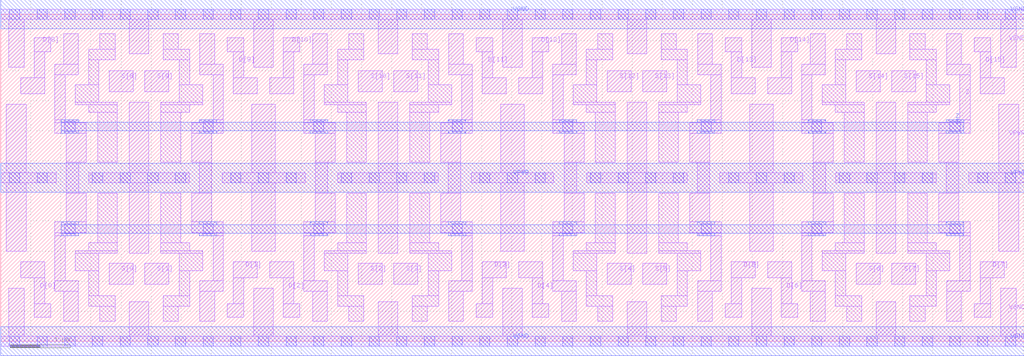
<source format=lef>
# Copyright 2020 The SkyWater PDK Authors
#
# Licensed under the Apache License, Version 2.0 (the "License");
# you may not use this file except in compliance with the License.
# You may obtain a copy of the License at
#
#     https://www.apache.org/licenses/LICENSE-2.0
#
# Unless required by applicable law or agreed to in writing, software
# distributed under the License is distributed on an "AS IS" BASIS,
# WITHOUT WARRANTIES OR CONDITIONS OF ANY KIND, either express or implied.
# See the License for the specific language governing permissions and
# limitations under the License.
#
# SPDX-License-Identifier: Apache-2.0

VERSION 5.7 ;
  NAMESCASESENSITIVE ON ;
  NOWIREEXTENSIONATPIN ON ;
  DIVIDERCHAR "/" ;
  BUSBITCHARS "[]" ;
UNITS
  DATABASE MICRONS 200 ;
END UNITS
PROPERTYDEFINITIONS
  MACRO maskLayoutSubType STRING ;
  MACRO prCellType STRING ;
  MACRO originalViewName STRING ;
END PROPERTYDEFINITIONS
MACRO sky130_fd_sc_hdll__muxb16to1_1
  CLASS CORE ;
  FOREIGN sky130_fd_sc_hdll__muxb16to1_1 ;
  ORIGIN  0.000000  0.000000 ;
  SIZE  17.02000 BY  5.440000 ;
  SYMMETRY X Y R90 ;
  SITE unithd ;
  PIN D[0]
    ANTENNAGATEAREA  0.277500 ;
    DIRECTION INPUT ;
    USE SIGNAL ;
    PORT
      LAYER li1 ;
        RECT 0.335000 1.055000 0.730000 1.325000 ;
        RECT 0.560000 0.395000 0.835000 0.625000 ;
        RECT 0.560000 0.625000 0.730000 1.055000 ;
    END
  END D[0]
  PIN D[1]
    ANTENNAGATEAREA  0.277500 ;
    DIRECTION INPUT ;
    USE SIGNAL ;
    PORT
      LAYER li1 ;
        RECT 3.765000 0.395000 4.040000 0.625000 ;
        RECT 3.870000 0.625000 4.040000 1.055000 ;
        RECT 3.870000 1.055000 4.265000 1.325000 ;
    END
  END D[1]
  PIN D[2]
    ANTENNAGATEAREA  0.277500 ;
    DIRECTION INPUT ;
    USE SIGNAL ;
    PORT
      LAYER li1 ;
        RECT 4.475000 1.055000 4.870000 1.325000 ;
        RECT 4.700000 0.395000 4.975000 0.625000 ;
        RECT 4.700000 0.625000 4.870000 1.055000 ;
    END
  END D[2]
  PIN D[3]
    ANTENNAGATEAREA  0.277500 ;
    DIRECTION INPUT ;
    USE SIGNAL ;
    PORT
      LAYER li1 ;
        RECT 7.905000 0.395000 8.180000 0.625000 ;
        RECT 8.010000 0.625000 8.180000 1.055000 ;
        RECT 8.010000 1.055000 8.405000 1.325000 ;
    END
  END D[3]
  PIN D[4]
    ANTENNAGATEAREA  0.277500 ;
    DIRECTION INPUT ;
    USE SIGNAL ;
    PORT
      LAYER li1 ;
        RECT 8.615000 1.055000 9.010000 1.325000 ;
        RECT 8.840000 0.395000 9.115000 0.625000 ;
        RECT 8.840000 0.625000 9.010000 1.055000 ;
    END
  END D[4]
  PIN D[5]
    ANTENNAGATEAREA  0.277500 ;
    DIRECTION INPUT ;
    USE SIGNAL ;
    PORT
      LAYER li1 ;
        RECT 12.045000 0.395000 12.320000 0.625000 ;
        RECT 12.150000 0.625000 12.320000 1.055000 ;
        RECT 12.150000 1.055000 12.545000 1.325000 ;
    END
  END D[5]
  PIN D[6]
    ANTENNAGATEAREA  0.277500 ;
    DIRECTION INPUT ;
    USE SIGNAL ;
    PORT
      LAYER li1 ;
        RECT 12.755000 1.055000 13.150000 1.325000 ;
        RECT 12.980000 0.395000 13.255000 0.625000 ;
        RECT 12.980000 0.625000 13.150000 1.055000 ;
    END
  END D[6]
  PIN D[7]
    ANTENNAGATEAREA  0.277500 ;
    DIRECTION INPUT ;
    USE SIGNAL ;
    PORT
      LAYER li1 ;
        RECT 16.185000 0.395000 16.460000 0.625000 ;
        RECT 16.290000 0.625000 16.460000 1.055000 ;
        RECT 16.290000 1.055000 16.685000 1.325000 ;
    END
  END D[7]
  PIN D[8]
    ANTENNAGATEAREA  0.277500 ;
    DIRECTION INPUT ;
    USE SIGNAL ;
    PORT
      LAYER li1 ;
        RECT 0.335000 4.115000 0.730000 4.385000 ;
        RECT 0.560000 4.385000 0.730000 4.815000 ;
        RECT 0.560000 4.815000 0.835000 5.045000 ;
    END
  END D[8]
  PIN D[9]
    ANTENNAGATEAREA  0.277500 ;
    DIRECTION INPUT ;
    USE SIGNAL ;
    PORT
      LAYER li1 ;
        RECT 3.765000 4.815000 4.040000 5.045000 ;
        RECT 3.870000 4.115000 4.265000 4.385000 ;
        RECT 3.870000 4.385000 4.040000 4.815000 ;
    END
  END D[9]
  PIN D[10]
    ANTENNAGATEAREA  0.277500 ;
    DIRECTION INPUT ;
    USE SIGNAL ;
    PORT
      LAYER li1 ;
        RECT 4.475000 4.115000 4.870000 4.385000 ;
        RECT 4.700000 4.385000 4.870000 4.815000 ;
        RECT 4.700000 4.815000 4.975000 5.045000 ;
    END
  END D[10]
  PIN D[11]
    ANTENNAGATEAREA  0.277500 ;
    DIRECTION INPUT ;
    USE SIGNAL ;
    PORT
      LAYER li1 ;
        RECT 7.905000 4.815000 8.180000 5.045000 ;
        RECT 8.010000 4.115000 8.405000 4.385000 ;
        RECT 8.010000 4.385000 8.180000 4.815000 ;
    END
  END D[11]
  PIN D[12]
    ANTENNAGATEAREA  0.277500 ;
    DIRECTION INPUT ;
    USE SIGNAL ;
    PORT
      LAYER li1 ;
        RECT 8.615000 4.115000 9.010000 4.385000 ;
        RECT 8.840000 4.385000 9.010000 4.815000 ;
        RECT 8.840000 4.815000 9.115000 5.045000 ;
    END
  END D[12]
  PIN D[13]
    ANTENNAGATEAREA  0.277500 ;
    DIRECTION INPUT ;
    USE SIGNAL ;
    PORT
      LAYER li1 ;
        RECT 12.045000 4.815000 12.320000 5.045000 ;
        RECT 12.150000 4.115000 12.545000 4.385000 ;
        RECT 12.150000 4.385000 12.320000 4.815000 ;
    END
  END D[13]
  PIN D[14]
    ANTENNAGATEAREA  0.277500 ;
    DIRECTION INPUT ;
    USE SIGNAL ;
    PORT
      LAYER li1 ;
        RECT 12.755000 4.115000 13.150000 4.385000 ;
        RECT 12.980000 4.385000 13.150000 4.815000 ;
        RECT 12.980000 4.815000 13.255000 5.045000 ;
    END
  END D[14]
  PIN D[15]
    ANTENNAGATEAREA  0.277500 ;
    DIRECTION INPUT ;
    USE SIGNAL ;
    PORT
      LAYER li1 ;
        RECT 16.185000 4.815000 16.460000 5.045000 ;
        RECT 16.290000 4.115000 16.685000 4.385000 ;
        RECT 16.290000 4.385000 16.460000 4.815000 ;
    END
  END D[15]
  PIN S[0]
    ANTENNAGATEAREA  0.336000 ;
    DIRECTION INPUT ;
    USE SIGNAL ;
    PORT
      LAYER li1 ;
        RECT 1.805000 0.945000 2.205000 1.295000 ;
    END
  END S[0]
  PIN S[1]
    ANTENNAGATEAREA  0.336000 ;
    DIRECTION INPUT ;
    USE SIGNAL ;
    PORT
      LAYER li1 ;
        RECT 2.395000 0.945000 2.795000 1.295000 ;
    END
  END S[1]
  PIN S[2]
    ANTENNAGATEAREA  0.336000 ;
    DIRECTION INPUT ;
    USE SIGNAL ;
    PORT
      LAYER li1 ;
        RECT 5.945000 0.945000 6.345000 1.295000 ;
    END
  END S[2]
  PIN S[3]
    ANTENNAGATEAREA  0.336000 ;
    DIRECTION INPUT ;
    USE SIGNAL ;
    PORT
      LAYER li1 ;
        RECT 6.535000 0.945000 6.935000 1.295000 ;
    END
  END S[3]
  PIN S[4]
    ANTENNAGATEAREA  0.336000 ;
    DIRECTION INPUT ;
    USE SIGNAL ;
    PORT
      LAYER li1 ;
        RECT 10.085000 0.945000 10.485000 1.295000 ;
    END
  END S[4]
  PIN S[5]
    ANTENNAGATEAREA  0.336000 ;
    DIRECTION INPUT ;
    USE SIGNAL ;
    PORT
      LAYER li1 ;
        RECT 10.675000 0.945000 11.075000 1.295000 ;
    END
  END S[5]
  PIN S[6]
    ANTENNAGATEAREA  0.336000 ;
    DIRECTION INPUT ;
    USE SIGNAL ;
    PORT
      LAYER li1 ;
        RECT 14.225000 0.945000 14.625000 1.295000 ;
    END
  END S[6]
  PIN S[7]
    ANTENNAGATEAREA  0.336000 ;
    DIRECTION INPUT ;
    USE SIGNAL ;
    PORT
      LAYER li1 ;
        RECT 14.815000 0.945000 15.215000 1.295000 ;
    END
  END S[7]
  PIN S[8]
    ANTENNAGATEAREA  0.336000 ;
    DIRECTION INPUT ;
    USE SIGNAL ;
    PORT
      LAYER li1 ;
        RECT 1.805000 4.145000 2.205000 4.495000 ;
    END
  END S[8]
  PIN S[9]
    ANTENNAGATEAREA  0.336000 ;
    DIRECTION INPUT ;
    USE SIGNAL ;
    PORT
      LAYER li1 ;
        RECT 2.395000 4.145000 2.795000 4.495000 ;
    END
  END S[9]
  PIN S[10]
    ANTENNAGATEAREA  0.336000 ;
    DIRECTION INPUT ;
    USE SIGNAL ;
    PORT
      LAYER li1 ;
        RECT 5.945000 4.145000 6.345000 4.495000 ;
    END
  END S[10]
  PIN S[11]
    ANTENNAGATEAREA  0.336000 ;
    DIRECTION INPUT ;
    USE SIGNAL ;
    PORT
      LAYER li1 ;
        RECT 6.535000 4.145000 6.935000 4.495000 ;
    END
  END S[11]
  PIN S[12]
    ANTENNAGATEAREA  0.336000 ;
    DIRECTION INPUT ;
    USE SIGNAL ;
    PORT
      LAYER li1 ;
        RECT 10.085000 4.145000 10.485000 4.495000 ;
    END
  END S[12]
  PIN S[13]
    ANTENNAGATEAREA  0.336000 ;
    DIRECTION INPUT ;
    USE SIGNAL ;
    PORT
      LAYER li1 ;
        RECT 10.675000 4.145000 11.075000 4.495000 ;
    END
  END S[13]
  PIN S[14]
    ANTENNAGATEAREA  0.336000 ;
    DIRECTION INPUT ;
    USE SIGNAL ;
    PORT
      LAYER li1 ;
        RECT 14.225000 4.145000 14.625000 4.495000 ;
    END
  END S[14]
  PIN S[15]
    ANTENNAGATEAREA  0.336000 ;
    DIRECTION INPUT ;
    USE SIGNAL ;
    PORT
      LAYER li1 ;
        RECT 14.815000 4.145000 15.215000 4.495000 ;
    END
  END S[15]
  PIN VGND
    ANTENNADIFFAREA  1.875900 ;
    DIRECTION INOUT ;
    USE SIGNAL ;
    PORT
      LAYER li1 ;
        RECT  0.000000 -0.085000 17.020000 0.085000 ;
        RECT  0.130000  0.085000  0.390000 0.885000 ;
        RECT  2.135000  0.085000  2.465000 0.660000 ;
        RECT  4.210000  0.085000  4.530000 0.885000 ;
        RECT  6.275000  0.085000  6.605000 0.660000 ;
        RECT  8.350000  0.085000  8.670000 0.885000 ;
        RECT 10.415000  0.085000 10.745000 0.660000 ;
        RECT 12.490000  0.085000 12.810000 0.885000 ;
        RECT 14.555000  0.085000 14.885000 0.660000 ;
        RECT 16.630000  0.085000 16.890000 0.885000 ;
      LAYER mcon ;
        RECT  0.145000 -0.085000  0.315000 0.085000 ;
        RECT  0.605000 -0.085000  0.775000 0.085000 ;
        RECT  1.065000 -0.085000  1.235000 0.085000 ;
        RECT  1.525000 -0.085000  1.695000 0.085000 ;
        RECT  1.985000 -0.085000  2.155000 0.085000 ;
        RECT  2.445000 -0.085000  2.615000 0.085000 ;
        RECT  2.905000 -0.085000  3.075000 0.085000 ;
        RECT  3.365000 -0.085000  3.535000 0.085000 ;
        RECT  3.825000 -0.085000  3.995000 0.085000 ;
        RECT  4.285000 -0.085000  4.455000 0.085000 ;
        RECT  4.745000 -0.085000  4.915000 0.085000 ;
        RECT  5.205000 -0.085000  5.375000 0.085000 ;
        RECT  5.665000 -0.085000  5.835000 0.085000 ;
        RECT  6.125000 -0.085000  6.295000 0.085000 ;
        RECT  6.585000 -0.085000  6.755000 0.085000 ;
        RECT  7.045000 -0.085000  7.215000 0.085000 ;
        RECT  7.505000 -0.085000  7.675000 0.085000 ;
        RECT  7.965000 -0.085000  8.135000 0.085000 ;
        RECT  8.425000 -0.085000  8.595000 0.085000 ;
        RECT  8.885000 -0.085000  9.055000 0.085000 ;
        RECT  9.345000 -0.085000  9.515000 0.085000 ;
        RECT  9.805000 -0.085000  9.975000 0.085000 ;
        RECT 10.265000 -0.085000 10.435000 0.085000 ;
        RECT 10.725000 -0.085000 10.895000 0.085000 ;
        RECT 11.185000 -0.085000 11.355000 0.085000 ;
        RECT 11.645000 -0.085000 11.815000 0.085000 ;
        RECT 12.105000 -0.085000 12.275000 0.085000 ;
        RECT 12.565000 -0.085000 12.735000 0.085000 ;
        RECT 13.025000 -0.085000 13.195000 0.085000 ;
        RECT 13.485000 -0.085000 13.655000 0.085000 ;
        RECT 13.945000 -0.085000 14.115000 0.085000 ;
        RECT 14.405000 -0.085000 14.575000 0.085000 ;
        RECT 14.865000 -0.085000 15.035000 0.085000 ;
        RECT 15.325000 -0.085000 15.495000 0.085000 ;
        RECT 15.785000 -0.085000 15.955000 0.085000 ;
        RECT 16.245000 -0.085000 16.415000 0.085000 ;
        RECT 16.705000 -0.085000 16.875000 0.085000 ;
      LAYER met1 ;
        RECT 0.000000 -0.240000 17.020000 0.240000 ;
    END
    PORT
      LAYER li1 ;
        RECT  0.000000 5.355000 17.020000 5.525000 ;
        RECT  0.130000 4.555000  0.390000 5.355000 ;
        RECT  2.135000 4.780000  2.465000 5.355000 ;
        RECT  4.210000 4.555000  4.530000 5.355000 ;
        RECT  6.275000 4.780000  6.605000 5.355000 ;
        RECT  8.350000 4.555000  8.670000 5.355000 ;
        RECT 10.415000 4.780000 10.745000 5.355000 ;
        RECT 12.490000 4.555000 12.810000 5.355000 ;
        RECT 14.555000 4.780000 14.885000 5.355000 ;
        RECT 16.630000 4.555000 16.890000 5.355000 ;
      LAYER mcon ;
        RECT  0.145000 5.355000  0.315000 5.525000 ;
        RECT  0.605000 5.355000  0.775000 5.525000 ;
        RECT  1.065000 5.355000  1.235000 5.525000 ;
        RECT  1.525000 5.355000  1.695000 5.525000 ;
        RECT  1.985000 5.355000  2.155000 5.525000 ;
        RECT  2.445000 5.355000  2.615000 5.525000 ;
        RECT  2.905000 5.355000  3.075000 5.525000 ;
        RECT  3.365000 5.355000  3.535000 5.525000 ;
        RECT  3.825000 5.355000  3.995000 5.525000 ;
        RECT  4.285000 5.355000  4.455000 5.525000 ;
        RECT  4.745000 5.355000  4.915000 5.525000 ;
        RECT  5.205000 5.355000  5.375000 5.525000 ;
        RECT  5.665000 5.355000  5.835000 5.525000 ;
        RECT  6.125000 5.355000  6.295000 5.525000 ;
        RECT  6.585000 5.355000  6.755000 5.525000 ;
        RECT  7.045000 5.355000  7.215000 5.525000 ;
        RECT  7.505000 5.355000  7.675000 5.525000 ;
        RECT  7.965000 5.355000  8.135000 5.525000 ;
        RECT  8.425000 5.355000  8.595000 5.525000 ;
        RECT  8.885000 5.355000  9.055000 5.525000 ;
        RECT  9.345000 5.355000  9.515000 5.525000 ;
        RECT  9.805000 5.355000  9.975000 5.525000 ;
        RECT 10.265000 5.355000 10.435000 5.525000 ;
        RECT 10.725000 5.355000 10.895000 5.525000 ;
        RECT 11.185000 5.355000 11.355000 5.525000 ;
        RECT 11.645000 5.355000 11.815000 5.525000 ;
        RECT 12.105000 5.355000 12.275000 5.525000 ;
        RECT 12.565000 5.355000 12.735000 5.525000 ;
        RECT 13.025000 5.355000 13.195000 5.525000 ;
        RECT 13.485000 5.355000 13.655000 5.525000 ;
        RECT 13.945000 5.355000 14.115000 5.525000 ;
        RECT 14.405000 5.355000 14.575000 5.525000 ;
        RECT 14.865000 5.355000 15.035000 5.525000 ;
        RECT 15.325000 5.355000 15.495000 5.525000 ;
        RECT 15.785000 5.355000 15.955000 5.525000 ;
        RECT 16.245000 5.355000 16.415000 5.525000 ;
        RECT 16.705000 5.355000 16.875000 5.525000 ;
      LAYER met1 ;
        RECT 0.000000 5.200000 17.020000 5.680000 ;
    END
  END VGND
  PIN VPWR
    ANTENNADIFFAREA  6.380000 ;
    DIRECTION INOUT ;
    USE SIGNAL ;
    PORT
      LAYER li1 ;
        RECT  0.000000 2.635000  0.920000 2.805000 ;
        RECT  0.095000 1.495000  0.425000 2.635000 ;
        RECT  0.095000 2.805000  0.425000 3.945000 ;
        RECT  1.465000 2.635000  3.135000 2.805000 ;
        RECT  2.135000 1.465000  2.465000 2.635000 ;
        RECT  2.135000 2.805000  2.465000 3.975000 ;
        RECT  3.680000 2.635000  5.060000 2.805000 ;
        RECT  4.175000 1.495000  4.565000 2.635000 ;
        RECT  4.175000 2.805000  4.565000 3.945000 ;
        RECT  5.605000 2.635000  7.275000 2.805000 ;
        RECT  6.275000 1.465000  6.605000 2.635000 ;
        RECT  6.275000 2.805000  6.605000 3.975000 ;
        RECT  7.820000 2.635000  9.200000 2.805000 ;
        RECT  8.315000 1.495000  8.705000 2.635000 ;
        RECT  8.315000 2.805000  8.705000 3.945000 ;
        RECT  9.745000 2.635000 11.415000 2.805000 ;
        RECT 10.415000 1.465000 10.745000 2.635000 ;
        RECT 10.415000 2.805000 10.745000 3.975000 ;
        RECT 11.960000 2.635000 13.340000 2.805000 ;
        RECT 12.455000 1.495000 12.845000 2.635000 ;
        RECT 12.455000 2.805000 12.845000 3.945000 ;
        RECT 13.885000 2.635000 15.555000 2.805000 ;
        RECT 14.555000 1.465000 14.885000 2.635000 ;
        RECT 14.555000 2.805000 14.885000 3.975000 ;
        RECT 16.100000 2.635000 17.020000 2.805000 ;
        RECT 16.595000 1.495000 16.925000 2.635000 ;
        RECT 16.595000 2.805000 16.925000 3.945000 ;
      LAYER mcon ;
        RECT  0.145000 2.635000  0.315000 2.805000 ;
        RECT  0.605000 2.635000  0.775000 2.805000 ;
        RECT  1.525000 2.635000  1.695000 2.805000 ;
        RECT  1.985000 2.635000  2.155000 2.805000 ;
        RECT  2.445000 2.635000  2.615000 2.805000 ;
        RECT  2.905000 2.635000  3.075000 2.805000 ;
        RECT  3.825000 2.635000  3.995000 2.805000 ;
        RECT  4.285000 2.635000  4.455000 2.805000 ;
        RECT  4.745000 2.635000  4.915000 2.805000 ;
        RECT  5.665000 2.635000  5.835000 2.805000 ;
        RECT  6.125000 2.635000  6.295000 2.805000 ;
        RECT  6.585000 2.635000  6.755000 2.805000 ;
        RECT  7.045000 2.635000  7.215000 2.805000 ;
        RECT  7.965000 2.635000  8.135000 2.805000 ;
        RECT  8.425000 2.635000  8.595000 2.805000 ;
        RECT  8.885000 2.635000  9.055000 2.805000 ;
        RECT  9.805000 2.635000  9.975000 2.805000 ;
        RECT 10.265000 2.635000 10.435000 2.805000 ;
        RECT 10.725000 2.635000 10.895000 2.805000 ;
        RECT 11.185000 2.635000 11.355000 2.805000 ;
        RECT 12.105000 2.635000 12.275000 2.805000 ;
        RECT 12.565000 2.635000 12.735000 2.805000 ;
        RECT 13.025000 2.635000 13.195000 2.805000 ;
        RECT 13.945000 2.635000 14.115000 2.805000 ;
        RECT 14.405000 2.635000 14.575000 2.805000 ;
        RECT 14.865000 2.635000 15.035000 2.805000 ;
        RECT 15.325000 2.635000 15.495000 2.805000 ;
        RECT 16.245000 2.635000 16.415000 2.805000 ;
        RECT 16.705000 2.635000 16.875000 2.805000 ;
      LAYER met1 ;
        RECT 0.000000 2.480000 17.020000 2.960000 ;
    END
  END VPWR
  PIN Z
    ANTENNADIFFAREA  5.705600 ;
    DIRECTION OUTPUT ;
    USE SIGNAL ;
    PORT
      LAYER li1 ;
        RECT  0.900000 0.835000  1.290000 1.005000 ;
        RECT  0.900000 1.005000  1.070000 1.755000 ;
        RECT  0.900000 1.755000  1.295000 1.805000 ;
        RECT  0.900000 1.805000  1.420000 1.985000 ;
        RECT  0.900000 3.455000  1.420000 3.635000 ;
        RECT  0.900000 3.635000  1.295000 3.685000 ;
        RECT  0.900000 3.685000  1.070000 4.435000 ;
        RECT  0.900000 4.435000  1.290000 4.605000 ;
        RECT  1.045000 0.330000  1.290000 0.835000 ;
        RECT  1.045000 4.605000  1.290000 5.110000 ;
        RECT  1.090000 1.985000  1.420000 2.465000 ;
        RECT  1.090000 2.465000  1.295000 2.975000 ;
        RECT  1.090000 2.975000  1.420000 3.455000 ;
        RECT  3.180000 1.805000  3.700000 1.985000 ;
        RECT  3.180000 1.985000  3.510000 2.465000 ;
        RECT  3.180000 2.975000  3.510000 3.455000 ;
        RECT  3.180000 3.455000  3.700000 3.635000 ;
        RECT  3.305000 1.755000  3.700000 1.805000 ;
        RECT  3.305000 2.465000  3.510000 2.975000 ;
        RECT  3.305000 3.635000  3.700000 3.685000 ;
        RECT  3.310000 0.330000  3.555000 0.835000 ;
        RECT  3.310000 0.835000  3.700000 1.005000 ;
        RECT  3.310000 4.435000  3.700000 4.605000 ;
        RECT  3.310000 4.605000  3.555000 5.110000 ;
        RECT  3.530000 1.005000  3.700000 1.755000 ;
        RECT  3.530000 3.685000  3.700000 4.435000 ;
        RECT  5.040000 0.835000  5.430000 1.005000 ;
        RECT  5.040000 1.005000  5.210000 1.755000 ;
        RECT  5.040000 1.755000  5.435000 1.805000 ;
        RECT  5.040000 1.805000  5.560000 1.985000 ;
        RECT  5.040000 3.455000  5.560000 3.635000 ;
        RECT  5.040000 3.635000  5.435000 3.685000 ;
        RECT  5.040000 3.685000  5.210000 4.435000 ;
        RECT  5.040000 4.435000  5.430000 4.605000 ;
        RECT  5.185000 0.330000  5.430000 0.835000 ;
        RECT  5.185000 4.605000  5.430000 5.110000 ;
        RECT  5.230000 1.985000  5.560000 2.465000 ;
        RECT  5.230000 2.465000  5.435000 2.975000 ;
        RECT  5.230000 2.975000  5.560000 3.455000 ;
        RECT  7.320000 1.805000  7.840000 1.985000 ;
        RECT  7.320000 1.985000  7.650000 2.465000 ;
        RECT  7.320000 2.975000  7.650000 3.455000 ;
        RECT  7.320000 3.455000  7.840000 3.635000 ;
        RECT  7.445000 1.755000  7.840000 1.805000 ;
        RECT  7.445000 2.465000  7.650000 2.975000 ;
        RECT  7.445000 3.635000  7.840000 3.685000 ;
        RECT  7.450000 0.330000  7.695000 0.835000 ;
        RECT  7.450000 0.835000  7.840000 1.005000 ;
        RECT  7.450000 4.435000  7.840000 4.605000 ;
        RECT  7.450000 4.605000  7.695000 5.110000 ;
        RECT  7.670000 1.005000  7.840000 1.755000 ;
        RECT  7.670000 3.685000  7.840000 4.435000 ;
        RECT  9.180000 0.835000  9.570000 1.005000 ;
        RECT  9.180000 1.005000  9.350000 1.755000 ;
        RECT  9.180000 1.755000  9.575000 1.805000 ;
        RECT  9.180000 1.805000  9.700000 1.985000 ;
        RECT  9.180000 3.455000  9.700000 3.635000 ;
        RECT  9.180000 3.635000  9.575000 3.685000 ;
        RECT  9.180000 3.685000  9.350000 4.435000 ;
        RECT  9.180000 4.435000  9.570000 4.605000 ;
        RECT  9.325000 0.330000  9.570000 0.835000 ;
        RECT  9.325000 4.605000  9.570000 5.110000 ;
        RECT  9.370000 1.985000  9.700000 2.465000 ;
        RECT  9.370000 2.465000  9.575000 2.975000 ;
        RECT  9.370000 2.975000  9.700000 3.455000 ;
        RECT 11.460000 1.805000 11.980000 1.985000 ;
        RECT 11.460000 1.985000 11.790000 2.465000 ;
        RECT 11.460000 2.975000 11.790000 3.455000 ;
        RECT 11.460000 3.455000 11.980000 3.635000 ;
        RECT 11.585000 1.755000 11.980000 1.805000 ;
        RECT 11.585000 2.465000 11.790000 2.975000 ;
        RECT 11.585000 3.635000 11.980000 3.685000 ;
        RECT 11.590000 0.330000 11.835000 0.835000 ;
        RECT 11.590000 0.835000 11.980000 1.005000 ;
        RECT 11.590000 4.435000 11.980000 4.605000 ;
        RECT 11.590000 4.605000 11.835000 5.110000 ;
        RECT 11.810000 1.005000 11.980000 1.755000 ;
        RECT 11.810000 3.685000 11.980000 4.435000 ;
        RECT 13.320000 0.835000 13.710000 1.005000 ;
        RECT 13.320000 1.005000 13.490000 1.755000 ;
        RECT 13.320000 1.755000 13.715000 1.805000 ;
        RECT 13.320000 1.805000 13.840000 1.985000 ;
        RECT 13.320000 3.455000 13.840000 3.635000 ;
        RECT 13.320000 3.635000 13.715000 3.685000 ;
        RECT 13.320000 3.685000 13.490000 4.435000 ;
        RECT 13.320000 4.435000 13.710000 4.605000 ;
        RECT 13.465000 0.330000 13.710000 0.835000 ;
        RECT 13.465000 4.605000 13.710000 5.110000 ;
        RECT 13.510000 1.985000 13.840000 2.465000 ;
        RECT 13.510000 2.465000 13.715000 2.975000 ;
        RECT 13.510000 2.975000 13.840000 3.455000 ;
        RECT 15.600000 1.805000 16.120000 1.985000 ;
        RECT 15.600000 1.985000 15.930000 2.465000 ;
        RECT 15.600000 2.975000 15.930000 3.455000 ;
        RECT 15.600000 3.455000 16.120000 3.635000 ;
        RECT 15.725000 1.755000 16.120000 1.805000 ;
        RECT 15.725000 2.465000 15.930000 2.975000 ;
        RECT 15.725000 3.635000 16.120000 3.685000 ;
        RECT 15.730000 0.330000 15.975000 0.835000 ;
        RECT 15.730000 0.835000 16.120000 1.005000 ;
        RECT 15.730000 4.435000 16.120000 4.605000 ;
        RECT 15.730000 4.605000 15.975000 5.110000 ;
        RECT 15.950000 1.005000 16.120000 1.755000 ;
        RECT 15.950000 3.685000 16.120000 4.435000 ;
      LAYER mcon ;
        RECT  1.065000 1.785000  1.235000 1.955000 ;
        RECT  1.065000 3.485000  1.235000 3.655000 ;
        RECT  3.365000 1.785000  3.535000 1.955000 ;
        RECT  3.365000 3.485000  3.535000 3.655000 ;
        RECT  5.205000 1.785000  5.375000 1.955000 ;
        RECT  5.205000 3.485000  5.375000 3.655000 ;
        RECT  7.505000 1.785000  7.675000 1.955000 ;
        RECT  7.505000 3.485000  7.675000 3.655000 ;
        RECT  9.345000 1.785000  9.515000 1.955000 ;
        RECT  9.345000 3.485000  9.515000 3.655000 ;
        RECT 11.645000 1.785000 11.815000 1.955000 ;
        RECT 11.645000 3.485000 11.815000 3.655000 ;
        RECT 13.485000 1.785000 13.655000 1.955000 ;
        RECT 13.485000 3.485000 13.655000 3.655000 ;
        RECT 15.785000 1.785000 15.955000 1.955000 ;
        RECT 15.785000 3.485000 15.955000 3.655000 ;
      LAYER met1 ;
        RECT  1.005000 1.755000  1.295000 1.800000 ;
        RECT  1.005000 1.800000 16.015000 1.940000 ;
        RECT  1.005000 1.940000  1.295000 1.985000 ;
        RECT  1.005000 3.455000  1.295000 3.500000 ;
        RECT  1.005000 3.500000 16.015000 3.640000 ;
        RECT  1.005000 3.640000  1.295000 3.685000 ;
        RECT  3.305000 1.755000  3.595000 1.800000 ;
        RECT  3.305000 1.940000  3.595000 1.985000 ;
        RECT  3.305000 3.455000  3.595000 3.500000 ;
        RECT  3.305000 3.640000  3.595000 3.685000 ;
        RECT  5.145000 1.755000  5.435000 1.800000 ;
        RECT  5.145000 1.940000  5.435000 1.985000 ;
        RECT  5.145000 3.455000  5.435000 3.500000 ;
        RECT  5.145000 3.640000  5.435000 3.685000 ;
        RECT  7.445000 1.755000  7.735000 1.800000 ;
        RECT  7.445000 1.940000  7.735000 1.985000 ;
        RECT  7.445000 3.455000  7.735000 3.500000 ;
        RECT  7.445000 3.640000  7.735000 3.685000 ;
        RECT  9.285000 1.755000  9.575000 1.800000 ;
        RECT  9.285000 1.940000  9.575000 1.985000 ;
        RECT  9.285000 3.455000  9.575000 3.500000 ;
        RECT  9.285000 3.640000  9.575000 3.685000 ;
        RECT 11.585000 1.755000 11.875000 1.800000 ;
        RECT 11.585000 1.940000 11.875000 1.985000 ;
        RECT 11.585000 3.455000 11.875000 3.500000 ;
        RECT 11.585000 3.640000 11.875000 3.685000 ;
        RECT 13.425000 1.755000 13.715000 1.800000 ;
        RECT 13.425000 1.940000 13.715000 1.985000 ;
        RECT 13.425000 3.455000 13.715000 3.500000 ;
        RECT 13.425000 3.640000 13.715000 3.685000 ;
        RECT 15.725000 1.755000 16.015000 1.800000 ;
        RECT 15.725000 1.940000 16.015000 1.985000 ;
        RECT 15.725000 3.455000 16.015000 3.500000 ;
        RECT 15.725000 3.640000 16.015000 3.685000 ;
    END
  END Z
  OBS
    LAYER li1 ;
      RECT  1.240000 1.175000  1.630000 1.465000 ;
      RECT  1.240000 1.465000  1.940000 1.505000 ;
      RECT  1.240000 3.935000  1.940000 3.975000 ;
      RECT  1.240000 3.975000  1.630000 4.265000 ;
      RECT  1.460000 0.585000  1.900000 0.755000 ;
      RECT  1.460000 0.755000  1.630000 1.175000 ;
      RECT  1.460000 1.505000  1.940000 1.635000 ;
      RECT  1.460000 3.805000  1.940000 3.935000 ;
      RECT  1.460000 4.265000  1.630000 4.685000 ;
      RECT  1.460000 4.685000  1.900000 4.855000 ;
      RECT  1.610000 1.635000  1.940000 2.465000 ;
      RECT  1.610000 2.975000  1.940000 3.805000 ;
      RECT  1.650000 0.330000  1.900000 0.585000 ;
      RECT  1.650000 4.855000  1.900000 5.110000 ;
      RECT  2.660000 1.465000  3.360000 1.505000 ;
      RECT  2.660000 1.505000  3.140000 1.635000 ;
      RECT  2.660000 1.635000  2.990000 2.465000 ;
      RECT  2.660000 2.975000  2.990000 3.805000 ;
      RECT  2.660000 3.805000  3.140000 3.935000 ;
      RECT  2.660000 3.935000  3.360000 3.975000 ;
      RECT  2.700000 0.330000  2.950000 0.585000 ;
      RECT  2.700000 0.585000  3.140000 0.755000 ;
      RECT  2.700000 4.685000  3.140000 4.855000 ;
      RECT  2.700000 4.855000  2.950000 5.110000 ;
      RECT  2.970000 0.755000  3.140000 1.175000 ;
      RECT  2.970000 1.175000  3.360000 1.465000 ;
      RECT  2.970000 3.975000  3.360000 4.265000 ;
      RECT  2.970000 4.265000  3.140000 4.685000 ;
      RECT  5.380000 1.175000  5.770000 1.465000 ;
      RECT  5.380000 1.465000  6.080000 1.505000 ;
      RECT  5.380000 3.935000  6.080000 3.975000 ;
      RECT  5.380000 3.975000  5.770000 4.265000 ;
      RECT  5.600000 0.585000  6.040000 0.755000 ;
      RECT  5.600000 0.755000  5.770000 1.175000 ;
      RECT  5.600000 1.505000  6.080000 1.635000 ;
      RECT  5.600000 3.805000  6.080000 3.935000 ;
      RECT  5.600000 4.265000  5.770000 4.685000 ;
      RECT  5.600000 4.685000  6.040000 4.855000 ;
      RECT  5.750000 1.635000  6.080000 2.465000 ;
      RECT  5.750000 2.975000  6.080000 3.805000 ;
      RECT  5.790000 0.330000  6.040000 0.585000 ;
      RECT  5.790000 4.855000  6.040000 5.110000 ;
      RECT  6.800000 1.465000  7.500000 1.505000 ;
      RECT  6.800000 1.505000  7.280000 1.635000 ;
      RECT  6.800000 1.635000  7.130000 2.465000 ;
      RECT  6.800000 2.975000  7.130000 3.805000 ;
      RECT  6.800000 3.805000  7.280000 3.935000 ;
      RECT  6.800000 3.935000  7.500000 3.975000 ;
      RECT  6.840000 0.330000  7.090000 0.585000 ;
      RECT  6.840000 0.585000  7.280000 0.755000 ;
      RECT  6.840000 4.685000  7.280000 4.855000 ;
      RECT  6.840000 4.855000  7.090000 5.110000 ;
      RECT  7.110000 0.755000  7.280000 1.175000 ;
      RECT  7.110000 1.175000  7.500000 1.465000 ;
      RECT  7.110000 3.975000  7.500000 4.265000 ;
      RECT  7.110000 4.265000  7.280000 4.685000 ;
      RECT  9.520000 1.175000  9.910000 1.465000 ;
      RECT  9.520000 1.465000 10.220000 1.505000 ;
      RECT  9.520000 3.935000 10.220000 3.975000 ;
      RECT  9.520000 3.975000  9.910000 4.265000 ;
      RECT  9.740000 0.585000 10.180000 0.755000 ;
      RECT  9.740000 0.755000  9.910000 1.175000 ;
      RECT  9.740000 1.505000 10.220000 1.635000 ;
      RECT  9.740000 3.805000 10.220000 3.935000 ;
      RECT  9.740000 4.265000  9.910000 4.685000 ;
      RECT  9.740000 4.685000 10.180000 4.855000 ;
      RECT  9.890000 1.635000 10.220000 2.465000 ;
      RECT  9.890000 2.975000 10.220000 3.805000 ;
      RECT  9.930000 0.330000 10.180000 0.585000 ;
      RECT  9.930000 4.855000 10.180000 5.110000 ;
      RECT 10.940000 1.465000 11.640000 1.505000 ;
      RECT 10.940000 1.505000 11.420000 1.635000 ;
      RECT 10.940000 1.635000 11.270000 2.465000 ;
      RECT 10.940000 2.975000 11.270000 3.805000 ;
      RECT 10.940000 3.805000 11.420000 3.935000 ;
      RECT 10.940000 3.935000 11.640000 3.975000 ;
      RECT 10.980000 0.330000 11.230000 0.585000 ;
      RECT 10.980000 0.585000 11.420000 0.755000 ;
      RECT 10.980000 4.685000 11.420000 4.855000 ;
      RECT 10.980000 4.855000 11.230000 5.110000 ;
      RECT 11.250000 0.755000 11.420000 1.175000 ;
      RECT 11.250000 1.175000 11.640000 1.465000 ;
      RECT 11.250000 3.975000 11.640000 4.265000 ;
      RECT 11.250000 4.265000 11.420000 4.685000 ;
      RECT 13.660000 1.175000 14.050000 1.465000 ;
      RECT 13.660000 1.465000 14.360000 1.505000 ;
      RECT 13.660000 3.935000 14.360000 3.975000 ;
      RECT 13.660000 3.975000 14.050000 4.265000 ;
      RECT 13.880000 0.585000 14.320000 0.755000 ;
      RECT 13.880000 0.755000 14.050000 1.175000 ;
      RECT 13.880000 1.505000 14.360000 1.635000 ;
      RECT 13.880000 3.805000 14.360000 3.935000 ;
      RECT 13.880000 4.265000 14.050000 4.685000 ;
      RECT 13.880000 4.685000 14.320000 4.855000 ;
      RECT 14.030000 1.635000 14.360000 2.465000 ;
      RECT 14.030000 2.975000 14.360000 3.805000 ;
      RECT 14.070000 0.330000 14.320000 0.585000 ;
      RECT 14.070000 4.855000 14.320000 5.110000 ;
      RECT 15.080000 1.465000 15.780000 1.505000 ;
      RECT 15.080000 1.505000 15.560000 1.635000 ;
      RECT 15.080000 1.635000 15.410000 2.465000 ;
      RECT 15.080000 2.975000 15.410000 3.805000 ;
      RECT 15.080000 3.805000 15.560000 3.935000 ;
      RECT 15.080000 3.935000 15.780000 3.975000 ;
      RECT 15.120000 0.330000 15.370000 0.585000 ;
      RECT 15.120000 0.585000 15.560000 0.755000 ;
      RECT 15.120000 4.685000 15.560000 4.855000 ;
      RECT 15.120000 4.855000 15.370000 5.110000 ;
      RECT 15.390000 0.755000 15.560000 1.175000 ;
      RECT 15.390000 1.175000 15.780000 1.465000 ;
      RECT 15.390000 3.975000 15.780000 4.265000 ;
      RECT 15.390000 4.265000 15.560000 4.685000 ;
  END
  PROPERTY maskLayoutSubType "abstract" ;
  PROPERTY prCellType "standard" ;
  PROPERTY originalViewName "layout" ;
END sky130_fd_sc_hdll__muxb16to1_1

</source>
